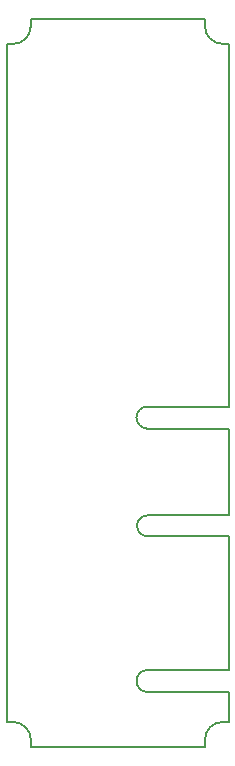
<source format=gbr>
G04 (created by PCBNEW (2013-mar-13)-testing) date Fri 20 Dec 2013 02:45:34 PM CET*
%MOIN*%
G04 Gerber Fmt 3.4, Leading zero omitted, Abs format*
%FSLAX34Y34*%
G01*
G70*
G90*
G04 APERTURE LIST*
%ADD10C,0.003937*%
%ADD11C,0.006000*%
G04 APERTURE END LIST*
G54D10*
G54D11*
X29585Y-32975D02*
G75*
G03X29930Y-33320I345J0D01*
G74*
G01*
X29930Y-32630D02*
G75*
G03X29585Y-32975I0J-345D01*
G74*
G01*
X31845Y-16315D02*
G75*
G03X32445Y-16915I600J0D01*
G74*
G01*
X32655Y-16915D02*
X32445Y-16915D01*
X31845Y-16085D02*
X31845Y-16315D01*
X25445Y-16915D02*
G75*
G03X26045Y-16315I0J600D01*
G74*
G01*
X26045Y-16085D02*
X26045Y-16315D01*
X25235Y-16915D02*
X25445Y-16915D01*
X26045Y-40115D02*
G75*
G03X25445Y-39515I-600J0D01*
G74*
G01*
X25235Y-39515D02*
X25445Y-39515D01*
X26045Y-40345D02*
X26045Y-40115D01*
X32655Y-39515D02*
X32445Y-39515D01*
X32445Y-39515D02*
G75*
G03X31845Y-40115I0J-600D01*
G74*
G01*
X31845Y-40345D02*
X31845Y-40115D01*
X26045Y-16085D02*
X31845Y-16085D01*
X25235Y-39515D02*
X25235Y-16915D01*
X29565Y-38150D02*
G75*
G03X29930Y-38515I365J0D01*
G74*
G01*
X31845Y-40345D02*
X26045Y-40345D01*
X29930Y-37785D02*
G75*
G03X29565Y-38150I0J-365D01*
G74*
G01*
X32655Y-39515D02*
X32655Y-38515D01*
X32655Y-39510D02*
X32655Y-39515D01*
X29930Y-38515D02*
X32655Y-38515D01*
X32655Y-37785D02*
X29930Y-37785D01*
X32655Y-37785D02*
X32655Y-33320D01*
X29930Y-33320D02*
X32655Y-33320D01*
X32655Y-32630D02*
X29930Y-32630D01*
X32655Y-32630D02*
X32655Y-29735D01*
X32655Y-32625D02*
X32655Y-32630D01*
X29930Y-29735D02*
X32655Y-29735D01*
X29565Y-29370D02*
G75*
G03X29930Y-29735I365J0D01*
G74*
G01*
X29930Y-29005D02*
G75*
G03X29565Y-29370I0J-365D01*
G74*
G01*
X32655Y-29005D02*
X29930Y-29005D01*
X32655Y-16915D02*
X32655Y-29005D01*
M02*

</source>
